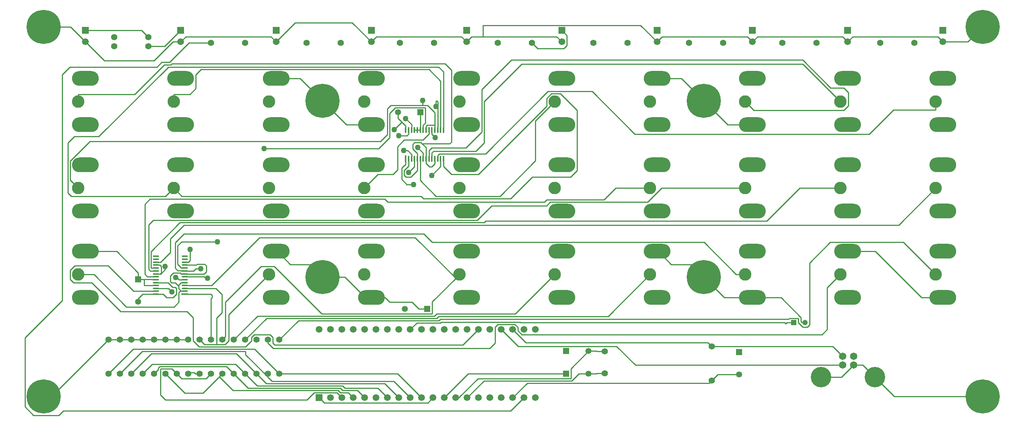
<source format=gtl>
%FSLAX23Y23*%
%MOIN*%
G70*
G01*
G75*
G04 Layer_Physical_Order=1*
%ADD10O,0.012X0.059*%
%ADD11R,0.012X0.059*%
%ADD12O,0.059X0.012*%
%ADD13R,0.059X0.012*%
%ADD14C,0.010*%
%ADD15C,0.110*%
%ADD16O,0.236X0.130*%
%ADD17C,0.300*%
%ADD18R,0.059X0.059*%
%ADD19C,0.059*%
%ADD20C,0.055*%
%ADD21R,0.053X0.053*%
%ADD22C,0.053*%
%ADD23C,0.047*%
%ADD24R,0.047X0.047*%
%ADD25R,0.059X0.059*%
%ADD26C,0.059*%
%ADD27C,0.065*%
%ADD28C,0.180*%
%ADD29C,0.050*%
D10*
X3763Y2593D02*
D03*
X3737D02*
D03*
X3711D02*
D03*
X3686D02*
D03*
X3660D02*
D03*
X3635D02*
D03*
X3609D02*
D03*
X3584D02*
D03*
X3558D02*
D03*
X3532D02*
D03*
X3507D02*
D03*
X3481D02*
D03*
X3456D02*
D03*
X3430D02*
D03*
X3763Y2340D02*
D03*
X3737D02*
D03*
X3711D02*
D03*
X3686D02*
D03*
X3660D02*
D03*
X3635D02*
D03*
X3609D02*
D03*
X3584D02*
D03*
X3558D02*
D03*
X3532D02*
D03*
X3507D02*
D03*
X3481D02*
D03*
X3456D02*
D03*
D11*
X3430D02*
D03*
D12*
X1237Y1483D02*
D03*
Y1457D02*
D03*
Y1431D02*
D03*
Y1406D02*
D03*
Y1380D02*
D03*
Y1355D02*
D03*
Y1329D02*
D03*
Y1304D02*
D03*
Y1278D02*
D03*
Y1252D02*
D03*
Y1227D02*
D03*
Y1201D02*
D03*
Y1176D02*
D03*
Y1150D02*
D03*
X1490Y1483D02*
D03*
Y1457D02*
D03*
Y1431D02*
D03*
Y1406D02*
D03*
Y1380D02*
D03*
Y1355D02*
D03*
Y1329D02*
D03*
Y1304D02*
D03*
Y1278D02*
D03*
Y1252D02*
D03*
Y1227D02*
D03*
Y1201D02*
D03*
Y1176D02*
D03*
D13*
Y1150D02*
D03*
D14*
X3456Y2560D02*
Y2593D01*
X3370Y2545D02*
X3441D01*
X3934Y704D02*
X4070Y840D01*
X1040Y1176D02*
X1237D01*
X3430Y2694D02*
X3481Y2643D01*
Y2593D02*
Y2643D01*
X1346Y1201D02*
X1377Y1170D01*
X1237Y1201D02*
X1346D01*
X2320Y450D02*
X3360D01*
X3570Y240D01*
X2103Y667D02*
X2320Y450D01*
X820D02*
X1037Y667D01*
X2220Y422D02*
Y450D01*
X3325Y385D02*
X3470Y240D01*
X920Y450D02*
X1117Y647D01*
X2023Y619D02*
X2206Y436D01*
X2220Y422D01*
X2257Y385D01*
X3245Y365D02*
X3370Y240D01*
X1020Y450D02*
X1197Y627D01*
X1943D02*
X2120Y450D01*
X2205Y365D01*
X3185Y325D02*
X3270Y240D01*
X1120Y450D02*
X1203Y533D01*
X1937D02*
X2020Y450D01*
X2125Y345D01*
X3005Y305D02*
X3070Y240D01*
X1857Y513D02*
X1920Y450D01*
X2045Y325D01*
X1220Y450D02*
X1257Y487D01*
X1794Y424D02*
X1912Y305D01*
X2925Y285D02*
X2970Y240D01*
X1794Y424D02*
X1820Y450D01*
X1650Y280D02*
X1794Y424D01*
X1320Y450D02*
X1490Y280D01*
X1677Y407D02*
X1720Y450D01*
X2825Y285D02*
X2870Y240D01*
X1377Y493D02*
X1420Y450D01*
X1463Y407D01*
X3763Y2593D02*
Y3106D01*
Y2274D02*
Y2340D01*
X1391Y2083D02*
X1462Y2011D01*
X1320Y2012D02*
X1391Y2083D01*
X3737Y2593D02*
Y3024D01*
X1391Y2843D02*
Y2909D01*
X3686Y2638D02*
Y2748D01*
Y2593D02*
Y2638D01*
X3580Y2812D02*
X3622D01*
X3300D02*
X3580D01*
X3620Y2638D02*
X3686D01*
X3580Y2812D02*
Y2854D01*
X3609Y2593D02*
Y2627D01*
X3737Y2274D02*
Y2340D01*
X3658Y2195D02*
X3737Y2274D01*
X1237Y1406D02*
X1270D01*
X483Y2153D02*
X554Y2083D01*
X1317Y1366D02*
Y1395D01*
X1271Y1329D02*
X1282Y1340D01*
X1271Y1329D02*
X1280D01*
X1237D02*
X1271D01*
X7761Y1757D02*
X8087Y2083D01*
X1237Y1431D02*
X1277D01*
X6892Y2083D02*
X7250D01*
X1192Y1380D02*
X1237D01*
X5678Y2083D02*
X6413D01*
X1186Y1355D02*
X1237D01*
X5277Y2083D02*
X5576D01*
X1160Y1304D02*
X1237D01*
X3697Y2800D02*
Y2848D01*
X3711Y2800D02*
Y2840D01*
Y2593D02*
Y2800D01*
X3660Y2556D02*
Y2593D01*
Y2556D02*
X3688Y2528D01*
X3635Y2560D02*
Y2593D01*
X3065Y2083D02*
X3187Y2205D01*
X3584Y2593D02*
Y2637D01*
X2187Y2430D02*
X3191D01*
X1490Y1406D02*
X1590D01*
X1490Y1329D02*
X1660D01*
X1459D02*
X1490D01*
X1457Y1252D02*
X1490D01*
X1460Y1176D02*
X1490D01*
X1450D02*
X1460D01*
X554Y1323D02*
X691D01*
X1437Y1220D02*
Y1232D01*
Y1199D02*
Y1220D01*
X1407Y1250D02*
X1437Y1220D01*
Y1199D02*
X1460Y1176D01*
X7804Y1606D02*
X8087Y1323D01*
X2320Y750D02*
X2488Y918D01*
X1535Y1446D02*
Y1545D01*
X1490Y1431D02*
X1520D01*
X7134Y1207D02*
X7250Y1323D01*
X1461Y1612D02*
X1777D01*
X1460Y1380D02*
X1490D01*
X2220Y720D02*
Y750D01*
X6334Y1323D02*
X6413D01*
X1587Y1375D02*
X1630D01*
X1490Y1355D02*
X1567D01*
X1464D02*
X1490D01*
X5208Y955D02*
X5576Y1323D01*
X2020Y750D02*
X2208Y938D01*
X1490Y1304D02*
X1658D01*
X1670Y1292D02*
X1690D01*
X4394Y978D02*
X4739Y1323D01*
X1920Y750D02*
X2128Y958D01*
X1438Y1278D02*
X1490D01*
X1410Y1298D02*
X1418D01*
X3514Y1649D02*
X3871Y1292D01*
X3902Y1323D01*
X3662Y1083D02*
X3871Y1292D01*
X1490Y1227D02*
X1725D01*
X1820Y750D02*
X1847Y777D01*
X1720Y750D02*
Y1110D01*
X1490Y1150D02*
X1720D01*
X1876Y971D02*
X2228Y1323D01*
X1770Y707D02*
Y941D01*
X1490Y1201D02*
X1764D01*
X1620Y750D02*
X1663Y707D01*
X1770D02*
X1843D01*
X1663D02*
X1770D01*
X3574Y2475D02*
X3817D01*
X3566Y2483D02*
X3574Y2475D01*
X3609Y2440D01*
X3686Y2297D02*
Y2340D01*
X3609D02*
Y2440D01*
Y2300D02*
Y2340D01*
X3532D02*
Y2387D01*
Y2236D02*
Y2340D01*
X554Y2843D02*
Y2909D01*
X3456Y2277D02*
Y2340D01*
X8087Y2772D02*
Y2843D01*
X3711Y2340D02*
Y2370D01*
X6918Y3175D02*
X7250Y2843D01*
X3660Y2340D02*
Y2394D01*
X6413Y2843D02*
X6490Y2766D01*
X3635Y2340D02*
Y2414D01*
X3584Y2340D02*
Y2392D01*
X3536Y2440D02*
X3584Y2392D01*
X4569Y2673D02*
X4739Y2843D01*
X3558Y2150D02*
Y2340D01*
X3507Y2271D02*
Y2340D01*
X3456Y2220D02*
X3507Y2271D01*
X3430Y2290D02*
Y2340D01*
X3440Y2115D02*
X3500D01*
X3413Y2414D02*
X3447D01*
X3481Y2340D02*
Y2380D01*
X1583Y450D02*
X1620D01*
X1520D02*
X1530Y460D01*
X5448Y527D02*
X7268D01*
X4270Y840D02*
X4418Y692D01*
X6779Y900D02*
X6840D01*
X3363Y2699D02*
Y2750D01*
X3430Y2593D02*
Y2632D01*
X3363Y2699D02*
X3396Y2665D01*
X3430Y2632D01*
X3470Y840D02*
X3528Y898D01*
X3625Y195D02*
X3670Y240D01*
X3330Y2599D02*
X3396Y2665D01*
X1237Y1252D02*
X1341D01*
X1237Y1150D02*
X1300D01*
X1120D02*
X1237D01*
X2670Y240D02*
X2715Y195D01*
X1080Y1083D02*
Y1110D01*
X8370Y3370D02*
X8500Y3500D01*
X8150Y3370D02*
X8370D01*
X8105Y3415D02*
X8150Y3370D01*
X7313D02*
X7358Y3415D01*
X7268D02*
X7313Y3370D01*
X6476D02*
X6521Y3415D01*
X6431D02*
X6476Y3370D01*
X5854Y3046D02*
X6050Y2850D01*
X6260Y2640D01*
X6476D01*
X5494Y3515D02*
X5639Y3370D01*
X5684Y3415D01*
X4757D02*
X4802Y3370D01*
X4110Y3415D02*
X4757D01*
X4010D02*
X4110D01*
Y3515D01*
X3965Y3370D02*
X4010Y3415D01*
X3920D02*
X3965Y3370D01*
X5639Y3046D02*
X5854D01*
X7313Y1526D02*
X7555D01*
X7961Y1120D02*
X8150D01*
X6476D02*
X6729D01*
X6230D02*
X6476D01*
X7366Y527D02*
X7447D01*
X7724Y250D02*
X8500D01*
X7447Y527D02*
X7554Y420D01*
X7724Y250D01*
X6914Y900D02*
X6940D01*
X7260Y420D02*
X7366Y527D01*
X7080Y420D02*
X7260D01*
X5639Y1526D02*
X5649D01*
X6050Y1300D02*
Y1412D01*
Y1300D02*
X6230Y1120D01*
X3980Y450D02*
X4840D01*
X3770Y240D02*
X3980Y450D01*
X3128Y3370D02*
X3173Y3415D01*
X2960Y3538D02*
X3128Y3370D01*
X2291Y3046D02*
X2504D01*
X2291Y3370D02*
X2459Y3538D01*
X2504Y3046D02*
X2700Y2850D01*
X2910Y2640D01*
X3560Y2672D02*
Y2750D01*
X3558Y2593D02*
Y2670D01*
X3532Y2593D02*
X3558D01*
X3507D02*
X3532D01*
X2910Y2640D02*
X3128D01*
X2246Y3415D02*
X2291Y3370D01*
X1454D02*
X1499Y3415D01*
X1385Y3370D02*
X1454D01*
X250Y3500D02*
X487D01*
X617Y3370D01*
X784Y3203D01*
X2415Y1412D02*
X2700D01*
X2291Y1526D02*
X2301D01*
X2700Y1300D02*
Y1412D01*
X3547Y1020D02*
X3620D01*
X3128Y1120D02*
X3250D01*
X3075D02*
X3128D01*
X2700Y1300D02*
X2895D01*
X1207Y1278D02*
X1237D01*
X1080Y1280D02*
Y1337D01*
X1133Y1227D02*
X1237D01*
X1133D02*
Y1280D01*
X617Y1526D02*
X891D01*
X1133Y1280D02*
X1205D01*
X1080D02*
X1133D01*
X1420Y750D02*
X1520D01*
X1320D02*
X1420D01*
X1220D02*
X1320D01*
X1120D02*
X1220D01*
X1020D02*
X1120D01*
X920D02*
X1020D01*
X820D02*
X920D01*
X377Y307D02*
X820Y750D01*
X250Y307D02*
X377D01*
X250Y250D02*
Y307D01*
X6120Y690D02*
X7183D01*
X7268Y605D01*
X6085Y725D02*
X6120Y690D01*
X4370Y840D02*
X4485Y725D01*
X6173Y443D02*
X6360D01*
X6120Y390D02*
X6173Y443D01*
X6098Y368D02*
X6120Y390D01*
X4370Y240D02*
X4498Y368D01*
X5110Y646D02*
X5180D01*
X5037Y650D02*
X5106D01*
X4882Y495D02*
X5037Y650D01*
X3903Y240D02*
Y246D01*
X3870Y240D02*
X3903D01*
X5110Y454D02*
X5180D01*
X5037Y450D02*
X5106D01*
X4952D02*
X5037D01*
X3970Y240D02*
X4118Y388D01*
X1110Y3470D02*
X1170Y3410D01*
X617Y3470D02*
X1110D01*
X1314Y3330D02*
X1454Y3470D01*
X1170Y3330D02*
X1314D01*
X4802Y3470D02*
X4847Y3425D01*
X4540Y3360D02*
X4588Y3312D01*
X1526Y3360D02*
X1720D01*
X4353Y123D02*
X4470Y240D01*
X815Y1401D02*
X1040Y1176D01*
X524Y1401D02*
X815D01*
X483Y1360D02*
X524Y1401D01*
X483Y1280D02*
Y1360D01*
Y1280D02*
X511Y1252D01*
X671D01*
X925Y998D01*
X1509D01*
X1563Y944D01*
Y740D02*
Y944D01*
Y740D02*
X1616Y687D01*
X2024D01*
X2077Y740D01*
Y770D01*
X2100Y793D01*
X2240D01*
X2263Y770D01*
Y721D02*
Y770D01*
Y721D02*
X2280Y704D01*
X3934D01*
X1037Y667D02*
X2103D01*
X1117Y647D02*
X2023D01*
Y619D02*
Y647D01*
X2257Y385D02*
X3325D01*
X1197Y627D02*
X1943D01*
X2205Y365D02*
X3245D01*
X2855Y285D02*
X2925D01*
X2835Y305D02*
X2855Y285D01*
X1912Y305D02*
X2835D01*
X1490Y280D02*
X1650D01*
X1278Y493D02*
X1377D01*
X1277Y492D02*
X1278Y493D01*
X1277Y265D02*
Y492D01*
Y265D02*
X1320Y222D01*
X2562D01*
X2625Y285D01*
X2825D01*
X3720Y3149D02*
X3763Y3106D01*
X1347Y3149D02*
X3720D01*
X734Y2536D02*
X1347Y3149D01*
X519Y2536D02*
X734D01*
X463Y2480D02*
X519Y2536D01*
X463Y2041D02*
Y2480D01*
Y2041D02*
X492Y2012D01*
X1320D01*
X1277Y1431D02*
X1363Y1517D01*
Y1637D01*
X1483Y1757D01*
X7761D01*
X6602Y1793D02*
X6892Y2083D01*
X4131Y1793D02*
X6602D01*
X4118Y1780D02*
X4131Y1793D01*
X1447Y1780D02*
X4118D01*
X1192Y1525D02*
X1447Y1780D01*
X1192Y1380D02*
Y1525D01*
X3584Y2637D02*
X3602Y2655D01*
Y2792D01*
X3340D02*
X3602D01*
X3290Y2742D02*
X3340Y2792D01*
X3290Y2529D02*
Y2742D01*
X3191Y2430D02*
X3290Y2529D01*
X1520Y1431D02*
X1535Y1446D01*
X1425Y1576D02*
X1461Y1612D01*
X1425Y1415D02*
Y1576D01*
Y1415D02*
X1460Y1380D01*
X2208Y938D02*
X3702D01*
X3719Y955D01*
X5208D01*
X3702Y978D02*
X4394D01*
X3682Y958D02*
X3702Y978D01*
X2128Y958D02*
X3682D01*
X1847Y777D02*
Y1080D01*
X2160Y1393D01*
X2277D01*
X2692Y978D01*
X3662D01*
Y1083D01*
X2147Y1649D02*
X3514D01*
X1725Y1227D02*
X2147Y1649D01*
X1720Y1110D02*
X1730Y1120D01*
Y1140D01*
X1720Y1150D02*
X1730Y1140D01*
X1770Y941D02*
X1817Y988D01*
Y1148D01*
X1764Y1201D02*
X1817Y1148D01*
X3476Y2180D02*
X3532Y2236D01*
X3434Y2180D02*
X3476D01*
X3415Y2199D02*
X3434Y2180D01*
X3415Y2199D02*
Y2236D01*
X3456Y2277D01*
X554Y2909D02*
X1050D01*
X1310Y3169D01*
X1369D01*
X1376Y3176D01*
X3775D01*
X3831Y3120D01*
Y2489D02*
Y3120D01*
X3817Y2475D02*
X3831Y2489D01*
X3492Y2427D02*
X3532Y2387D01*
X3492Y2427D02*
Y2469D01*
X3506Y2483D01*
X3566D01*
X3635Y2414D02*
X3660Y2439D01*
X3958D01*
X4098Y2579D01*
Y2950D01*
X4358Y3210D01*
X6918D01*
X7163Y2965D01*
X7280D01*
X7320Y2925D01*
Y2806D02*
Y2925D01*
X7280Y2766D02*
X7320Y2806D01*
X6490Y2766D02*
X7280D01*
X3420Y2280D02*
X3430Y2290D01*
X3415Y2280D02*
X3420D01*
X3395Y2260D02*
X3415Y2280D01*
X3395Y2160D02*
Y2260D01*
Y2160D02*
X3440Y2115D01*
X5283Y692D02*
X5448Y527D01*
X4418Y692D02*
X5283D01*
X6904Y910D02*
X6914Y900D01*
X6904Y910D02*
Y945D01*
X6729Y1120D02*
X6904Y945D01*
X5684Y3415D02*
X6431D01*
X4110Y3515D02*
X5494D01*
X3173Y3415D02*
X3920D01*
X2459Y3538D02*
X2960D01*
X4485Y725D02*
X6085D01*
X4498Y368D02*
X6098D01*
X4890Y388D02*
X4952Y450D01*
X4118Y388D02*
X4890D01*
X4588Y3312D02*
X4820D01*
X4847Y3339D01*
Y3425D01*
X1658Y1304D02*
X1670Y1292D01*
X6051Y1606D02*
X6334Y1323D01*
X3663Y1606D02*
X6051D01*
X3588Y1681D02*
X3663Y1606D01*
X1481Y1681D02*
X3588D01*
X1405Y1605D02*
X1481Y1681D01*
X1405Y1380D02*
Y1605D01*
Y1380D02*
X1426Y1359D01*
X1460D01*
X1464Y1355D01*
X1357Y3190D02*
X1526Y3360D01*
X1286Y3190D02*
X1357D01*
X1245Y3149D02*
X1286Y3190D01*
X480Y3149D02*
X1245D01*
X411Y3080D02*
X480Y3149D01*
X411Y1095D02*
Y3080D01*
X85Y769D02*
X411Y1095D01*
X85Y160D02*
Y769D01*
Y160D02*
X160Y85D01*
X383D01*
X421Y123D01*
X4353D01*
X3447Y2414D02*
X3481Y2380D01*
X784Y3203D02*
X1218D01*
X1385Y3370D01*
X1590Y1406D02*
X1599Y1415D01*
X1663D01*
X1678Y1400D01*
Y1347D02*
Y1400D01*
X1660Y1329D02*
X1678Y1347D01*
X3582Y2507D02*
X3635Y2560D01*
X3417Y2507D02*
X3582D01*
X3359Y2449D02*
X3417Y2507D01*
X3359Y2245D02*
Y2449D01*
X3319Y2205D02*
X3359Y2245D01*
X3187Y2205D02*
X3319D01*
X3697Y2848D02*
X3699Y2850D01*
X3701D01*
X3711Y2840D01*
X5174Y1980D02*
X5277Y2083D01*
X4668Y1980D02*
X5174D01*
X4649Y1961D02*
X4668Y1980D01*
X3271Y1961D02*
X4649D01*
X3246Y1986D02*
X3271Y1961D01*
X1182Y1986D02*
X3246D01*
X1138Y1942D02*
X1182Y1986D01*
X1138Y1326D02*
Y1942D01*
Y1326D02*
X1160Y1304D01*
X5555Y1960D02*
X5678Y2083D01*
X4700Y1960D02*
X5555D01*
X4669Y1929D02*
X4700Y1960D01*
X4187Y1929D02*
X4669D01*
X4058Y1800D02*
X4187Y1929D01*
X1211Y1800D02*
X4058D01*
X1171Y1760D02*
X1211Y1800D01*
X1171Y1370D02*
Y1760D01*
Y1370D02*
X1186Y1355D01*
X483Y2153D02*
Y2320D01*
X656Y2493D01*
X3208D01*
X3270Y2555D01*
Y2782D01*
X3300Y2812D01*
X3622D02*
X3686Y2748D01*
X2875Y305D02*
X3005D01*
X2855Y325D02*
X2875Y305D01*
X2045Y325D02*
X2855D01*
X1270Y513D02*
X1857D01*
X1257Y500D02*
X1270Y513D01*
X1257Y487D02*
Y500D01*
X1203Y533D02*
X1937D01*
X3441Y2545D02*
X3456Y2560D01*
X1300Y1150D02*
X1330Y1120D01*
X1387D01*
X1417Y1150D01*
Y1200D01*
X1407Y1210D02*
X1417Y1200D01*
X1383Y1210D02*
X1407D01*
X1341Y1252D02*
X1383Y1210D01*
X3660Y2394D02*
X3675Y2409D01*
X4046D01*
X4118Y2481D01*
Y2845D01*
X4448Y3175D01*
X6918D01*
X2895Y325D02*
X3185D01*
X2875Y345D02*
X2895Y325D01*
X2125Y345D02*
X2875D01*
X3609Y2300D02*
X3638Y2271D01*
X3660D01*
X3686Y2297D01*
X1418Y1298D02*
X1438Y1278D01*
X691Y1323D02*
X976Y1038D01*
X1395D01*
X1437Y1080D01*
Y1163D01*
X1450Y1176D01*
X1437Y1232D02*
X1457Y1252D01*
X1282Y1340D02*
Y1394D01*
X1270Y1406D02*
X1282Y1394D01*
X3763Y2274D02*
X3832Y2205D01*
X4069D01*
X4668Y2804D01*
Y2872D01*
X4709Y2913D01*
X4788D01*
X4935Y2766D01*
Y2236D02*
Y2766D01*
X4880Y2181D02*
X4935Y2236D01*
X4541Y2181D02*
X4880D01*
X4352Y1992D02*
X4541Y2181D01*
X3585Y1992D02*
X4352D01*
X3566Y2011D02*
X3585Y1992D01*
X1462Y2011D02*
X3566D01*
X3558Y2150D02*
X3696Y2012D01*
X4258D01*
X4569Y2323D01*
Y2673D01*
X1450Y1338D02*
X1459Y1329D01*
X1388Y1338D02*
X1450D01*
X1362Y1312D02*
X1388Y1338D01*
X1362Y1260D02*
Y1312D01*
Y1260D02*
X1372Y1250D01*
X1407D01*
X1567Y1355D02*
X1587Y1375D01*
X1280Y1329D02*
X1317Y1366D01*
X1205Y1280D02*
X1207Y1278D01*
X891Y1526D02*
X1080Y1337D01*
X7717Y2772D02*
X8087D01*
X7504Y2559D02*
X7717Y2772D01*
X5442Y2559D02*
X7504D01*
X5068Y2933D02*
X5442Y2559D01*
X4680Y2933D02*
X5068D01*
X4132Y2385D02*
X4680Y2933D01*
X3726Y2385D02*
X4132D01*
X3711Y2370D02*
X3726Y2385D01*
X1080Y1110D02*
X1120Y1150D01*
X7134Y840D02*
Y1207D01*
X7089Y795D02*
X7134Y840D01*
X4450Y795D02*
X7089D01*
X4415Y830D02*
X4450Y795D01*
X4415Y830D02*
Y860D01*
X4390Y885D02*
X4415Y860D01*
X4240Y885D02*
X4390D01*
X4215Y860D02*
X4240Y885D01*
X4215Y720D02*
Y860D01*
X4170Y675D02*
X4215Y720D01*
X2265Y675D02*
X4170D01*
X2220Y720D02*
X2265Y675D01*
X2488Y918D02*
X3722D01*
X3736Y932D01*
X6794D01*
X6801Y939D01*
X6879D01*
Y902D02*
Y939D01*
Y902D02*
X6920Y861D01*
X6960D01*
X6979Y880D01*
Y1425D01*
X7160Y1606D01*
X7804D01*
X3528Y898D02*
X3735D01*
X3742Y905D01*
X4435D01*
X4440Y900D01*
X6759D01*
X6769Y890D01*
X6779Y900D01*
X3485Y1082D02*
X3547Y1020D01*
X3288Y1082D02*
X3485D01*
X3250Y1120D02*
X3288Y1082D01*
X1876Y740D02*
Y971D01*
X1843Y707D02*
X1876Y740D01*
X1391Y2909D02*
X1536D01*
X1587Y2960D01*
Y3081D01*
X1632Y3126D01*
X3635D01*
X3737Y3024D01*
X3609Y2627D02*
X3620Y2638D01*
X2895Y1300D02*
X3075Y1120D01*
X3903Y246D02*
X4065Y408D01*
X4882D01*
Y495D01*
X2301Y1526D02*
X2415Y1412D01*
X5763D02*
X6050D01*
X5649Y1526D02*
X5763Y1412D01*
X7555Y1526D02*
X7961Y1120D01*
X2715Y195D02*
X3625D01*
X6521Y3415D02*
X7268D01*
X7358D02*
X8105D01*
X1499D02*
X2246D01*
X1573Y460D02*
X1583Y450D01*
X1530Y460D02*
X1573D01*
X1463Y407D02*
X1677D01*
X3558Y2670D02*
X3560Y2672D01*
X5106Y650D02*
X5110Y646D01*
X5106Y450D02*
X5110Y454D01*
D15*
X1391Y2083D02*
D03*
Y2843D02*
D03*
X554Y1323D02*
D03*
Y2083D02*
D03*
X8087D02*
D03*
X7250D02*
D03*
X6413D02*
D03*
X5576D02*
D03*
X4739D02*
D03*
X3902D02*
D03*
X3065D02*
D03*
X2228D02*
D03*
X554Y2843D02*
D03*
X8087Y1323D02*
D03*
X7250D02*
D03*
X6413D02*
D03*
X5576D02*
D03*
X4739D02*
D03*
X3902D02*
D03*
X3065D02*
D03*
X2228D02*
D03*
X8087Y2843D02*
D03*
X7250D02*
D03*
X6413D02*
D03*
X5576D02*
D03*
X4739D02*
D03*
X3902D02*
D03*
X3065D02*
D03*
X2228D02*
D03*
D16*
X1454Y1880D02*
D03*
Y2286D02*
D03*
Y3046D02*
D03*
Y2640D02*
D03*
X617Y1120D02*
D03*
Y1526D02*
D03*
Y2286D02*
D03*
Y1880D02*
D03*
X8150D02*
D03*
Y2286D02*
D03*
X7313D02*
D03*
Y1880D02*
D03*
X6476D02*
D03*
Y2286D02*
D03*
X5639D02*
D03*
Y1880D02*
D03*
X4802D02*
D03*
Y2286D02*
D03*
X3965D02*
D03*
Y1880D02*
D03*
X3128D02*
D03*
Y2286D02*
D03*
X2291D02*
D03*
Y1880D02*
D03*
X617Y2640D02*
D03*
Y3046D02*
D03*
X8150Y1526D02*
D03*
Y1120D02*
D03*
X7313D02*
D03*
Y1526D02*
D03*
X6476D02*
D03*
Y1120D02*
D03*
X5639D02*
D03*
Y1526D02*
D03*
X4802D02*
D03*
Y1120D02*
D03*
X3965D02*
D03*
Y1526D02*
D03*
X3128D02*
D03*
Y1120D02*
D03*
X2291D02*
D03*
Y1526D02*
D03*
X8150Y3046D02*
D03*
Y2640D02*
D03*
X7313D02*
D03*
Y3046D02*
D03*
X6476D02*
D03*
Y2640D02*
D03*
X5639D02*
D03*
Y3046D02*
D03*
X4802D02*
D03*
Y2640D02*
D03*
X3965D02*
D03*
Y3046D02*
D03*
X3128D02*
D03*
Y2640D02*
D03*
X2291D02*
D03*
Y3046D02*
D03*
D17*
X250Y250D02*
D03*
X2700Y1300D02*
D03*
Y2850D02*
D03*
X250Y3500D02*
D03*
X8500Y250D02*
D03*
X6050Y1300D02*
D03*
Y2850D02*
D03*
X8500Y3500D02*
D03*
D18*
X617Y3470D02*
D03*
X1454D02*
D03*
X2291D02*
D03*
X3128D02*
D03*
X3965D02*
D03*
X4802D02*
D03*
X5639D02*
D03*
X6476D02*
D03*
X7313D02*
D03*
X8150D02*
D03*
D19*
X617Y3370D02*
D03*
X1454D02*
D03*
X2291D02*
D03*
X3128D02*
D03*
X3965D02*
D03*
X4802D02*
D03*
X5639D02*
D03*
X6476D02*
D03*
X7313D02*
D03*
X8150D02*
D03*
D20*
X870Y3410D02*
D03*
X1170D02*
D03*
X870Y3330D02*
D03*
X1170D02*
D03*
X1720Y3360D02*
D03*
X2020D02*
D03*
X2560D02*
D03*
X2860D02*
D03*
X3380D02*
D03*
X3680D02*
D03*
X4240D02*
D03*
X4540D02*
D03*
X5080D02*
D03*
X5380D02*
D03*
X5920D02*
D03*
X6220D02*
D03*
X6740D02*
D03*
X7040D02*
D03*
X7600D02*
D03*
X7900D02*
D03*
X5180Y646D02*
D03*
Y454D02*
D03*
X6120Y690D02*
D03*
Y390D02*
D03*
X1620Y750D02*
D03*
Y450D02*
D03*
X1720Y750D02*
D03*
Y450D02*
D03*
X1820Y750D02*
D03*
Y450D02*
D03*
X1920Y750D02*
D03*
Y450D02*
D03*
X2020Y750D02*
D03*
Y450D02*
D03*
X2120Y750D02*
D03*
Y450D02*
D03*
X2220Y750D02*
D03*
Y450D02*
D03*
X2320Y750D02*
D03*
Y450D02*
D03*
X1520D02*
D03*
Y750D02*
D03*
X1420Y450D02*
D03*
Y750D02*
D03*
X1320Y450D02*
D03*
Y750D02*
D03*
X1220Y450D02*
D03*
Y750D02*
D03*
X1120Y450D02*
D03*
Y750D02*
D03*
X1020Y450D02*
D03*
Y750D02*
D03*
X920Y450D02*
D03*
Y750D02*
D03*
X820Y450D02*
D03*
Y750D02*
D03*
D21*
X4840Y650D02*
D03*
Y450D02*
D03*
X6360Y640D02*
D03*
X3560Y2750D02*
D03*
X1080Y1280D02*
D03*
X3620Y1020D02*
D03*
D22*
X5037Y650D02*
D03*
Y450D02*
D03*
X6360Y443D02*
D03*
X3363Y2750D02*
D03*
X1080Y1083D02*
D03*
X3423Y1020D02*
D03*
D23*
X6940Y900D02*
D03*
D24*
X6840D02*
D03*
D25*
X2670Y240D02*
D03*
D26*
X2770D02*
D03*
X2870D02*
D03*
X2970D02*
D03*
X3070D02*
D03*
X3170D02*
D03*
X3270D02*
D03*
X3370D02*
D03*
X3470D02*
D03*
X3570D02*
D03*
X3670D02*
D03*
X3770D02*
D03*
X3870D02*
D03*
X3970D02*
D03*
X4070D02*
D03*
X4170D02*
D03*
X4270D02*
D03*
X4370D02*
D03*
X4470D02*
D03*
X4570D02*
D03*
X2670Y840D02*
D03*
X2770D02*
D03*
X2870D02*
D03*
X2970D02*
D03*
X3070D02*
D03*
X3170D02*
D03*
X3270D02*
D03*
X3370D02*
D03*
X3470D02*
D03*
X3570D02*
D03*
X3670D02*
D03*
X3770D02*
D03*
X3870D02*
D03*
X3970D02*
D03*
X4070D02*
D03*
X4170D02*
D03*
X4270D02*
D03*
X4370D02*
D03*
X4470D02*
D03*
X4570D02*
D03*
D27*
X7366Y527D02*
D03*
X7366Y605D02*
D03*
X7268D02*
D03*
Y527D02*
D03*
D28*
X7554Y420D02*
D03*
X7080D02*
D03*
D29*
X1377Y1170D02*
D03*
X3430Y2694D02*
D03*
X3658Y2195D02*
D03*
X3580Y2854D02*
D03*
X3688Y2528D02*
D03*
X2187Y2430D02*
D03*
X1535Y1545D02*
D03*
X1777Y1612D02*
D03*
X3536Y2440D02*
D03*
X3500Y2115D02*
D03*
X3330Y2599D02*
D03*
X1690Y1292D02*
D03*
X3413Y2414D02*
D03*
X3697Y2800D02*
D03*
X3370Y2545D02*
D03*
X3456Y2220D02*
D03*
X1410Y1298D02*
D03*
X1630Y1375D02*
D03*
X1317Y1395D02*
D03*
M02*

</source>
